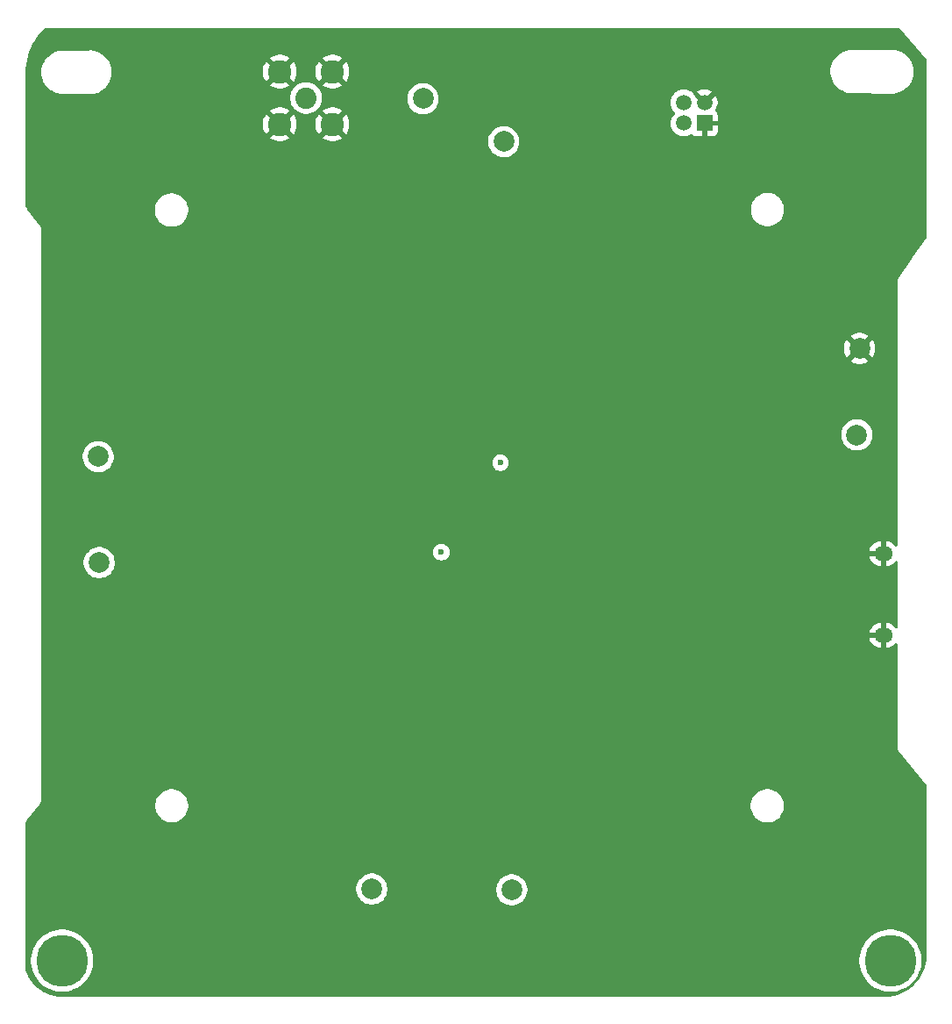
<source format=gbr>
%TF.GenerationSoftware,KiCad,Pcbnew,9.0.0*%
%TF.CreationDate,2025-06-18T13:40:49-07:00*%
%TF.ProjectId,PROVES_Cosmic_Watch,50524f56-4553-45f4-936f-736d69635f57,rev?*%
%TF.SameCoordinates,Original*%
%TF.FileFunction,Copper,L3,Inr*%
%TF.FilePolarity,Positive*%
%FSLAX46Y46*%
G04 Gerber Fmt 4.6, Leading zero omitted, Abs format (unit mm)*
G04 Created by KiCad (PCBNEW 9.0.0) date 2025-06-18 13:40:49*
%MOMM*%
%LPD*%
G01*
G04 APERTURE LIST*
%TA.AperFunction,ComponentPad*%
%ADD10C,2.000000*%
%TD*%
%TA.AperFunction,ComponentPad*%
%ADD11C,5.000000*%
%TD*%
%TA.AperFunction,ComponentPad*%
%ADD12R,1.520000X1.520000*%
%TD*%
%TA.AperFunction,ComponentPad*%
%ADD13C,1.520000*%
%TD*%
%TA.AperFunction,ComponentPad*%
%ADD14C,2.050000*%
%TD*%
%TA.AperFunction,ComponentPad*%
%ADD15C,2.250000*%
%TD*%
%TA.AperFunction,ComponentPad*%
%ADD16O,1.800000X1.400000*%
%TD*%
%TA.AperFunction,ViaPad*%
%ADD17C,0.600000*%
%TD*%
G04 APERTURE END LIST*
D10*
%TO.N,Net-(U4-CATHODE)*%
%TO.C,TP5*%
X96925000Y-104375000D03*
%TD*%
D11*
%TO.N,Chassis Ground*%
%TO.C,*%
X173330000Y-142780000D03*
%TD*%
%TO.N,Chassis Ground*%
%TO.C,*%
X93330000Y-142780000D03*
%TD*%
D10*
%TO.N,Post Processed Signal*%
%TO.C,TP2*%
X128200000Y-59620000D03*
%TD*%
%TO.N,V_Out*%
%TO.C,TP8*%
X136775000Y-135950000D03*
%TD*%
D12*
%TO.N,GND*%
%TO.C,J2*%
X155380000Y-61990000D03*
D13*
X155380000Y-59990000D03*
%TO.N,+5V*%
X153380000Y-61990000D03*
X153380000Y-59990000D03*
%TD*%
D10*
%TO.N,GND*%
%TO.C,TP3*%
X170360000Y-83720000D03*
%TD*%
%TO.N,V_Bias*%
%TO.C,TP7*%
X123250000Y-135875000D03*
%TD*%
%TO.N,Net-(U3B-+)*%
%TO.C,TP1*%
X136000000Y-63750000D03*
%TD*%
%TO.N,+5V*%
%TO.C,TP6*%
X170090000Y-92060000D03*
%TD*%
D14*
%TO.N,Post Processed Signal*%
%TO.C,J3*%
X116900000Y-59550000D03*
D15*
%TO.N,GND*%
X119440000Y-62090000D03*
X119440000Y-57010000D03*
X114360000Y-62090000D03*
X114360000Y-57010000D03*
%TD*%
D10*
%TO.N,SiPM Signal*%
%TO.C,TP4*%
X96825000Y-94150000D03*
%TD*%
D16*
%TO.N,GND*%
%TO.C,J1*%
X172670000Y-111410000D03*
X172670000Y-103510000D03*
%TD*%
D17*
%TO.N,GND*%
X130665000Y-108725000D03*
X121758775Y-79888775D03*
X148512779Y-118636281D03*
X132650000Y-110460000D03*
X143800000Y-94860000D03*
X128780000Y-106760000D03*
X157470000Y-123670000D03*
X142448775Y-85848775D03*
X134130000Y-78490000D03*
X116470000Y-78180000D03*
X141833014Y-119456516D03*
X124688775Y-86038775D03*
X155860000Y-115480000D03*
X152150000Y-129480000D03*
X146759765Y-124179765D03*
X132560000Y-76990000D03*
X130715000Y-92800000D03*
X133540000Y-91075000D03*
X137010000Y-114770000D03*
%TO.N,Net-(U4-CATHODE)*%
X129965000Y-103365000D03*
%TO.N,SiPM Signal*%
X135681658Y-94746658D03*
%TD*%
%TA.AperFunction,Conductor*%
%TO.N,GND*%
G36*
X174210713Y-52785030D02*
G01*
X174239083Y-52810142D01*
X176800320Y-55895517D01*
X176800910Y-55896227D01*
X176828584Y-55960383D01*
X176829500Y-55975429D01*
X176829500Y-72990699D01*
X176809815Y-73057738D01*
X176805668Y-73063790D01*
X175464074Y-74902378D01*
X175456448Y-74912827D01*
X175446269Y-74921987D01*
X175417744Y-74965869D01*
X175415765Y-74968582D01*
X175415756Y-74968596D01*
X175386852Y-75008208D01*
X175386847Y-75008218D01*
X175386565Y-75008949D01*
X175374868Y-75031831D01*
X174146057Y-76922311D01*
X174138968Y-76933216D01*
X174129500Y-76942686D01*
X174103158Y-76988309D01*
X174101364Y-76991071D01*
X174074449Y-77032479D01*
X174074328Y-77032852D01*
X174063809Y-77056464D01*
X174063609Y-77056809D01*
X174063606Y-77056816D01*
X174050820Y-77104534D01*
X174048962Y-77110804D01*
X174033673Y-77157794D01*
X174033671Y-77157802D01*
X174033651Y-77158194D01*
X174032965Y-77171174D01*
X174029500Y-77184108D01*
X174029500Y-77236781D01*
X174029327Y-77240057D01*
X174029327Y-77240060D01*
X174026721Y-77289391D01*
X174026721Y-77289398D01*
X174026801Y-77289773D01*
X174029500Y-77315505D01*
X174029500Y-102682718D01*
X174009815Y-102749757D01*
X173957011Y-102795512D01*
X173887853Y-102805456D01*
X173824297Y-102776431D01*
X173805182Y-102755604D01*
X173785310Y-102728253D01*
X173651746Y-102594689D01*
X173651741Y-102594685D01*
X173498940Y-102483670D01*
X173330637Y-102397914D01*
X173151002Y-102339548D01*
X172964447Y-102310000D01*
X172920000Y-102310000D01*
X172920000Y-103185007D01*
X172420000Y-103185007D01*
X172420000Y-102310000D01*
X172375553Y-102310000D01*
X172188997Y-102339548D01*
X172009362Y-102397914D01*
X171841059Y-102483670D01*
X171688258Y-102594685D01*
X171688253Y-102594689D01*
X171554689Y-102728253D01*
X171554685Y-102728258D01*
X171443670Y-102881059D01*
X171357914Y-103049362D01*
X171299548Y-103228997D01*
X171294638Y-103260000D01*
X172085385Y-103260000D01*
X172034935Y-103310450D01*
X171992149Y-103384558D01*
X171970001Y-103467214D01*
X171970001Y-103552786D01*
X171992149Y-103635442D01*
X172034935Y-103709550D01*
X172085385Y-103760000D01*
X171294638Y-103760000D01*
X171299548Y-103791002D01*
X171357914Y-103970637D01*
X171443670Y-104138940D01*
X171554685Y-104291741D01*
X171554689Y-104291746D01*
X171688253Y-104425310D01*
X171688258Y-104425314D01*
X171841059Y-104536329D01*
X172009362Y-104622085D01*
X172188997Y-104680451D01*
X172375553Y-104710000D01*
X172420000Y-104710000D01*
X172420000Y-103834993D01*
X172920000Y-103834993D01*
X172920000Y-104710000D01*
X172964447Y-104710000D01*
X173151002Y-104680451D01*
X173330637Y-104622085D01*
X173498940Y-104536329D01*
X173651741Y-104425314D01*
X173651746Y-104425310D01*
X173785312Y-104291744D01*
X173805181Y-104264397D01*
X173860511Y-104221730D01*
X173930124Y-104215751D01*
X173991919Y-104248356D01*
X174026277Y-104309194D01*
X174029500Y-104337281D01*
X174029500Y-110582718D01*
X174009815Y-110649757D01*
X173957011Y-110695512D01*
X173887853Y-110705456D01*
X173824297Y-110676431D01*
X173805182Y-110655604D01*
X173785310Y-110628253D01*
X173651746Y-110494689D01*
X173651741Y-110494685D01*
X173498940Y-110383670D01*
X173330637Y-110297914D01*
X173151002Y-110239548D01*
X172964447Y-110210000D01*
X172920000Y-110210000D01*
X172920000Y-111085007D01*
X172420000Y-111085007D01*
X172420000Y-110210000D01*
X172375553Y-110210000D01*
X172188997Y-110239548D01*
X172009362Y-110297914D01*
X171841059Y-110383670D01*
X171688258Y-110494685D01*
X171688253Y-110494689D01*
X171554689Y-110628253D01*
X171554685Y-110628258D01*
X171443670Y-110781059D01*
X171357914Y-110949362D01*
X171299548Y-111128997D01*
X171294638Y-111160000D01*
X172085385Y-111160000D01*
X172034935Y-111210450D01*
X171992149Y-111284558D01*
X171970001Y-111367214D01*
X171970001Y-111452786D01*
X171992149Y-111535442D01*
X172034935Y-111609550D01*
X172085385Y-111660000D01*
X171294638Y-111660000D01*
X171299548Y-111691002D01*
X171357914Y-111870637D01*
X171443670Y-112038940D01*
X171554685Y-112191741D01*
X171554689Y-112191746D01*
X171688253Y-112325310D01*
X171688258Y-112325314D01*
X171841059Y-112436329D01*
X172009362Y-112522085D01*
X172188997Y-112580451D01*
X172375553Y-112610000D01*
X172420000Y-112610000D01*
X172420000Y-111734993D01*
X172920000Y-111734993D01*
X172920000Y-112610000D01*
X172964447Y-112610000D01*
X173151002Y-112580451D01*
X173330637Y-112522085D01*
X173498940Y-112436329D01*
X173651741Y-112325314D01*
X173651746Y-112325310D01*
X173785312Y-112191744D01*
X173805181Y-112164397D01*
X173860511Y-112121730D01*
X173930124Y-112115751D01*
X173991919Y-112148356D01*
X174026277Y-112209194D01*
X174029500Y-112237281D01*
X174029500Y-122222282D01*
X174025285Y-122260218D01*
X174029500Y-122287893D01*
X174029500Y-122315897D01*
X174037601Y-122346128D01*
X174039379Y-122352764D01*
X174045127Y-122390500D01*
X174056359Y-122416138D01*
X174058790Y-122425208D01*
X174063606Y-122443180D01*
X174063608Y-122443186D01*
X174079260Y-122470296D01*
X174085448Y-122482530D01*
X174098013Y-122511208D01*
X174109636Y-122525736D01*
X174115500Y-122533066D01*
X174129500Y-122557314D01*
X174156493Y-122584307D01*
X174160781Y-122589667D01*
X176802328Y-125891600D01*
X176828836Y-125956246D01*
X176829500Y-125969062D01*
X176829500Y-142696757D01*
X176827502Y-142718924D01*
X176765702Y-143059053D01*
X176763111Y-143070309D01*
X176661802Y-143432262D01*
X176658174Y-143443228D01*
X176523630Y-143794172D01*
X176518998Y-143804751D01*
X176352376Y-144141674D01*
X176346779Y-144151778D01*
X176149542Y-144471718D01*
X176143030Y-144481257D01*
X175916872Y-144781469D01*
X175909500Y-144790360D01*
X175656392Y-145068224D01*
X175648224Y-145076392D01*
X175370360Y-145329500D01*
X175361469Y-145336872D01*
X175061257Y-145563030D01*
X175051718Y-145569542D01*
X174731778Y-145766779D01*
X174721674Y-145772376D01*
X174384751Y-145938998D01*
X174374172Y-145943630D01*
X174023228Y-146078174D01*
X174012262Y-146081802D01*
X173650309Y-146183111D01*
X173639053Y-146185702D01*
X173298925Y-146247502D01*
X173276758Y-146249500D01*
X93392120Y-146249500D01*
X93388463Y-146248578D01*
X93326287Y-146249500D01*
X93323250Y-146249500D01*
X93318810Y-146249420D01*
X92966075Y-146236782D01*
X92953569Y-146235699D01*
X92606393Y-146187804D01*
X92594060Y-146185461D01*
X92253516Y-146102711D01*
X92241483Y-146099133D01*
X91911050Y-145982376D01*
X91899441Y-145977600D01*
X91582503Y-145828030D01*
X91571436Y-145822104D01*
X91271257Y-145641262D01*
X91260845Y-145634248D01*
X90980478Y-145423974D01*
X90970830Y-145415944D01*
X90713161Y-145178402D01*
X90704373Y-145169436D01*
X90472043Y-144907059D01*
X90464208Y-144897252D01*
X90387337Y-144790360D01*
X90259593Y-144612726D01*
X90252793Y-144602181D01*
X90180552Y-144476644D01*
X90077999Y-144298430D01*
X90072298Y-144287250D01*
X89929103Y-143967363D01*
X89924567Y-143955674D01*
X89920948Y-143944740D01*
X89836780Y-143690422D01*
X89830500Y-143651462D01*
X89830500Y-142611491D01*
X90329500Y-142611491D01*
X90329500Y-142948508D01*
X90367231Y-143283381D01*
X90367233Y-143283397D01*
X90442223Y-143611953D01*
X90442227Y-143611965D01*
X90553532Y-143930054D01*
X90699752Y-144233683D01*
X90699754Y-144233686D01*
X90879054Y-144519039D01*
X91089175Y-144782523D01*
X91327477Y-145020825D01*
X91590961Y-145230946D01*
X91876314Y-145410246D01*
X92179949Y-145556469D01*
X92402229Y-145634248D01*
X92498034Y-145667772D01*
X92498046Y-145667776D01*
X92826606Y-145742767D01*
X93161492Y-145780499D01*
X93161493Y-145780500D01*
X93161496Y-145780500D01*
X93498507Y-145780500D01*
X93498507Y-145780499D01*
X93833394Y-145742767D01*
X94161954Y-145667776D01*
X94480051Y-145556469D01*
X94783686Y-145410246D01*
X95069039Y-145230946D01*
X95332523Y-145020825D01*
X95570825Y-144782523D01*
X95780946Y-144519039D01*
X95960246Y-144233686D01*
X96106469Y-143930051D01*
X96217776Y-143611954D01*
X96292767Y-143283394D01*
X96330500Y-142948504D01*
X96330500Y-142611496D01*
X96330499Y-142611491D01*
X170329500Y-142611491D01*
X170329500Y-142948508D01*
X170367231Y-143283381D01*
X170367233Y-143283397D01*
X170442223Y-143611953D01*
X170442227Y-143611965D01*
X170553532Y-143930054D01*
X170699752Y-144233683D01*
X170699754Y-144233686D01*
X170879054Y-144519039D01*
X171089175Y-144782523D01*
X171327477Y-145020825D01*
X171590961Y-145230946D01*
X171876314Y-145410246D01*
X172179949Y-145556469D01*
X172402229Y-145634248D01*
X172498034Y-145667772D01*
X172498046Y-145667776D01*
X172826606Y-145742767D01*
X173161492Y-145780499D01*
X173161493Y-145780500D01*
X173161496Y-145780500D01*
X173498507Y-145780500D01*
X173498507Y-145780499D01*
X173833394Y-145742767D01*
X174161954Y-145667776D01*
X174480051Y-145556469D01*
X174783686Y-145410246D01*
X175069039Y-145230946D01*
X175332523Y-145020825D01*
X175570825Y-144782523D01*
X175780946Y-144519039D01*
X175960246Y-144233686D01*
X176106469Y-143930051D01*
X176217776Y-143611954D01*
X176292767Y-143283394D01*
X176330500Y-142948504D01*
X176330500Y-142611496D01*
X176292767Y-142276606D01*
X176217776Y-141948046D01*
X176106469Y-141629949D01*
X175960246Y-141326314D01*
X175780946Y-141040961D01*
X175570825Y-140777477D01*
X175332523Y-140539175D01*
X175069039Y-140329054D01*
X174783686Y-140149754D01*
X174783683Y-140149752D01*
X174480054Y-140003532D01*
X174161965Y-139892227D01*
X174161953Y-139892223D01*
X173833397Y-139817233D01*
X173833381Y-139817231D01*
X173498508Y-139779500D01*
X173498504Y-139779500D01*
X173161496Y-139779500D01*
X173161491Y-139779500D01*
X172826618Y-139817231D01*
X172826602Y-139817233D01*
X172498046Y-139892223D01*
X172498034Y-139892227D01*
X172179945Y-140003532D01*
X171876316Y-140149752D01*
X171590962Y-140329053D01*
X171327477Y-140539174D01*
X171089174Y-140777477D01*
X170879053Y-141040962D01*
X170699752Y-141326316D01*
X170553532Y-141629945D01*
X170442227Y-141948034D01*
X170442223Y-141948046D01*
X170367233Y-142276602D01*
X170367231Y-142276618D01*
X170329500Y-142611491D01*
X96330499Y-142611491D01*
X96292767Y-142276606D01*
X96217776Y-141948046D01*
X96106469Y-141629949D01*
X95960246Y-141326314D01*
X95780946Y-141040961D01*
X95570825Y-140777477D01*
X95332523Y-140539175D01*
X95069039Y-140329054D01*
X94783686Y-140149754D01*
X94783683Y-140149752D01*
X94480054Y-140003532D01*
X94161965Y-139892227D01*
X94161953Y-139892223D01*
X93833397Y-139817233D01*
X93833381Y-139817231D01*
X93498508Y-139779500D01*
X93498504Y-139779500D01*
X93161496Y-139779500D01*
X93161491Y-139779500D01*
X92826618Y-139817231D01*
X92826602Y-139817233D01*
X92498046Y-139892223D01*
X92498034Y-139892227D01*
X92179945Y-140003532D01*
X91876316Y-140149752D01*
X91590962Y-140329053D01*
X91327477Y-140539174D01*
X91089174Y-140777477D01*
X90879053Y-141040962D01*
X90699752Y-141326316D01*
X90553532Y-141629945D01*
X90442227Y-141948034D01*
X90442223Y-141948046D01*
X90367233Y-142276602D01*
X90367231Y-142276618D01*
X90329500Y-142611491D01*
X89830500Y-142611491D01*
X89830500Y-135756902D01*
X121749500Y-135756902D01*
X121749500Y-135993097D01*
X121786446Y-136226368D01*
X121859433Y-136450996D01*
X121897646Y-136525992D01*
X121966657Y-136661433D01*
X122105483Y-136852510D01*
X122272490Y-137019517D01*
X122463567Y-137158343D01*
X122562991Y-137209002D01*
X122674003Y-137265566D01*
X122674005Y-137265566D01*
X122674008Y-137265568D01*
X122794412Y-137304689D01*
X122898631Y-137338553D01*
X123131903Y-137375500D01*
X123131908Y-137375500D01*
X123368097Y-137375500D01*
X123601368Y-137338553D01*
X123825992Y-137265568D01*
X124036433Y-137158343D01*
X124227510Y-137019517D01*
X124394517Y-136852510D01*
X124533343Y-136661433D01*
X124640568Y-136450992D01*
X124713553Y-136226368D01*
X124750500Y-135993097D01*
X124750500Y-135831902D01*
X135274500Y-135831902D01*
X135274500Y-136068097D01*
X135311446Y-136301368D01*
X135384433Y-136525996D01*
X135491657Y-136736433D01*
X135630483Y-136927510D01*
X135797490Y-137094517D01*
X135988567Y-137233343D01*
X136087991Y-137284002D01*
X136199003Y-137340566D01*
X136199005Y-137340566D01*
X136199008Y-137340568D01*
X136306517Y-137375500D01*
X136423631Y-137413553D01*
X136656903Y-137450500D01*
X136656908Y-137450500D01*
X136893097Y-137450500D01*
X137126368Y-137413553D01*
X137350992Y-137340568D01*
X137561433Y-137233343D01*
X137752510Y-137094517D01*
X137919517Y-136927510D01*
X138058343Y-136736433D01*
X138165568Y-136525992D01*
X138238553Y-136301368D01*
X138250432Y-136226368D01*
X138275500Y-136068097D01*
X138275500Y-135831902D01*
X138238553Y-135598631D01*
X138165566Y-135374003D01*
X138058342Y-135163566D01*
X137919517Y-134972490D01*
X137752510Y-134805483D01*
X137561433Y-134666657D01*
X137350996Y-134559433D01*
X137126368Y-134486446D01*
X136893097Y-134449500D01*
X136893092Y-134449500D01*
X136656908Y-134449500D01*
X136656903Y-134449500D01*
X136423631Y-134486446D01*
X136199003Y-134559433D01*
X135988566Y-134666657D01*
X135879550Y-134745862D01*
X135797490Y-134805483D01*
X135797488Y-134805485D01*
X135797487Y-134805485D01*
X135630485Y-134972487D01*
X135630485Y-134972488D01*
X135630483Y-134972490D01*
X135570862Y-135054550D01*
X135491657Y-135163566D01*
X135384433Y-135374003D01*
X135311446Y-135598631D01*
X135274500Y-135831902D01*
X124750500Y-135831902D01*
X124750500Y-135756902D01*
X124713553Y-135523631D01*
X124640566Y-135299003D01*
X124533342Y-135088566D01*
X124394517Y-134897490D01*
X124227510Y-134730483D01*
X124036433Y-134591657D01*
X123973188Y-134559432D01*
X123825996Y-134484433D01*
X123601368Y-134411446D01*
X123368097Y-134374500D01*
X123368092Y-134374500D01*
X123131908Y-134374500D01*
X123131903Y-134374500D01*
X122898631Y-134411446D01*
X122674003Y-134484433D01*
X122463566Y-134591657D01*
X122360339Y-134666657D01*
X122272490Y-134730483D01*
X122272488Y-134730485D01*
X122272487Y-134730485D01*
X122105485Y-134897487D01*
X122105485Y-134897488D01*
X122105483Y-134897490D01*
X122050994Y-134972487D01*
X121966657Y-135088566D01*
X121859433Y-135299003D01*
X121786446Y-135523631D01*
X121749500Y-135756902D01*
X89830500Y-135756902D01*
X89830500Y-129458166D01*
X89850185Y-129391127D01*
X89855300Y-129383766D01*
X89993974Y-129198867D01*
X91115095Y-127704038D01*
X102329500Y-127704038D01*
X102329500Y-127955961D01*
X102368910Y-128204785D01*
X102446760Y-128444383D01*
X102561132Y-128668848D01*
X102709201Y-128872649D01*
X102709205Y-128872654D01*
X102887345Y-129050794D01*
X102887350Y-129050798D01*
X103030522Y-129154818D01*
X103091155Y-129198870D01*
X103202398Y-129255551D01*
X103315616Y-129313239D01*
X103315618Y-129313239D01*
X103315621Y-129313241D01*
X103555215Y-129391090D01*
X103804038Y-129430500D01*
X103804039Y-129430500D01*
X104055961Y-129430500D01*
X104055962Y-129430500D01*
X104304785Y-129391090D01*
X104544379Y-129313241D01*
X104768845Y-129198870D01*
X104972656Y-129050793D01*
X105150793Y-128872656D01*
X105298870Y-128668845D01*
X105413241Y-128444379D01*
X105491090Y-128204785D01*
X105530500Y-127955962D01*
X105530500Y-127714038D01*
X159849500Y-127714038D01*
X159849500Y-127965961D01*
X159888910Y-128214785D01*
X159966760Y-128454383D01*
X160045413Y-128608747D01*
X160076036Y-128668848D01*
X160081132Y-128678848D01*
X160229201Y-128882649D01*
X160229205Y-128882654D01*
X160407345Y-129060794D01*
X160407350Y-129060798D01*
X160577073Y-129184108D01*
X160611155Y-129208870D01*
X160702772Y-129255551D01*
X160835616Y-129323239D01*
X160835618Y-129323239D01*
X160835621Y-129323241D01*
X161075215Y-129401090D01*
X161324038Y-129440500D01*
X161324039Y-129440500D01*
X161575961Y-129440500D01*
X161575962Y-129440500D01*
X161824785Y-129401090D01*
X162064379Y-129323241D01*
X162288845Y-129208870D01*
X162492656Y-129060793D01*
X162670793Y-128882656D01*
X162818870Y-128678845D01*
X162933241Y-128454379D01*
X163011090Y-128214785D01*
X163050500Y-127965962D01*
X163050500Y-127714038D01*
X163011090Y-127465215D01*
X162933241Y-127225621D01*
X162933239Y-127225618D01*
X162933239Y-127225616D01*
X162891747Y-127144184D01*
X162818870Y-127001155D01*
X162799952Y-126975117D01*
X162670798Y-126797350D01*
X162670794Y-126797345D01*
X162492654Y-126619205D01*
X162492649Y-126619201D01*
X162288848Y-126471132D01*
X162288847Y-126471131D01*
X162288845Y-126471130D01*
X162218747Y-126435413D01*
X162064383Y-126356760D01*
X161824785Y-126278910D01*
X161761648Y-126268910D01*
X161575962Y-126239500D01*
X161324038Y-126239500D01*
X161199626Y-126259205D01*
X161075214Y-126278910D01*
X160835616Y-126356760D01*
X160611151Y-126471132D01*
X160407350Y-126619201D01*
X160407345Y-126619205D01*
X160229205Y-126797345D01*
X160229201Y-126797350D01*
X160081132Y-127001151D01*
X159966760Y-127225616D01*
X159888910Y-127465214D01*
X159849500Y-127714038D01*
X105530500Y-127714038D01*
X105530500Y-127704038D01*
X105491090Y-127455215D01*
X105413241Y-127215621D01*
X105413239Y-127215618D01*
X105413239Y-127215616D01*
X105345752Y-127083166D01*
X105298870Y-126991155D01*
X105158063Y-126797350D01*
X105150798Y-126787350D01*
X105150794Y-126787345D01*
X104972654Y-126609205D01*
X104972649Y-126609201D01*
X104768848Y-126461132D01*
X104768847Y-126461131D01*
X104768845Y-126461130D01*
X104698747Y-126425413D01*
X104544383Y-126346760D01*
X104304785Y-126268910D01*
X104055962Y-126229500D01*
X103804038Y-126229500D01*
X103740901Y-126239500D01*
X103555214Y-126268910D01*
X103315616Y-126346760D01*
X103091151Y-126461132D01*
X102887350Y-126609201D01*
X102887345Y-126609205D01*
X102709205Y-126787345D01*
X102709201Y-126787350D01*
X102561132Y-126991151D01*
X102446760Y-127215616D01*
X102368910Y-127455214D01*
X102329500Y-127704038D01*
X91115095Y-127704038D01*
X91203777Y-127585795D01*
X91215278Y-127572535D01*
X91230500Y-127557314D01*
X91248427Y-127526262D01*
X91269935Y-127497586D01*
X91281228Y-127469449D01*
X91296392Y-127443186D01*
X91305671Y-127408554D01*
X91319025Y-127375286D01*
X91322651Y-127345181D01*
X91330500Y-127315892D01*
X91330500Y-127280040D01*
X91334788Y-127244449D01*
X91330500Y-127214432D01*
X91330500Y-104256902D01*
X95424500Y-104256902D01*
X95424500Y-104493097D01*
X95461446Y-104726368D01*
X95534433Y-104950996D01*
X95641657Y-105161433D01*
X95780483Y-105352510D01*
X95947490Y-105519517D01*
X96138567Y-105658343D01*
X96237991Y-105709002D01*
X96349003Y-105765566D01*
X96349005Y-105765566D01*
X96349008Y-105765568D01*
X96469412Y-105804689D01*
X96573631Y-105838553D01*
X96806903Y-105875500D01*
X96806908Y-105875500D01*
X97043097Y-105875500D01*
X97276368Y-105838553D01*
X97500992Y-105765568D01*
X97711433Y-105658343D01*
X97902510Y-105519517D01*
X98069517Y-105352510D01*
X98208343Y-105161433D01*
X98315568Y-104950992D01*
X98388553Y-104726368D01*
X98391145Y-104710000D01*
X98425500Y-104493097D01*
X98425500Y-104256902D01*
X98388553Y-104023631D01*
X98315566Y-103799003D01*
X98232227Y-103635442D01*
X98208343Y-103588567D01*
X98069517Y-103397490D01*
X97958180Y-103286153D01*
X129164500Y-103286153D01*
X129164500Y-103443846D01*
X129195261Y-103598489D01*
X129195264Y-103598501D01*
X129255602Y-103744172D01*
X129255609Y-103744185D01*
X129343210Y-103875288D01*
X129343213Y-103875292D01*
X129454707Y-103986786D01*
X129454711Y-103986789D01*
X129585814Y-104074390D01*
X129585827Y-104074397D01*
X129731498Y-104134735D01*
X129731503Y-104134737D01*
X129886153Y-104165499D01*
X129886156Y-104165500D01*
X129886158Y-104165500D01*
X130043844Y-104165500D01*
X130043845Y-104165499D01*
X130198497Y-104134737D01*
X130344179Y-104074394D01*
X130475289Y-103986789D01*
X130586789Y-103875289D01*
X130674394Y-103744179D01*
X130734737Y-103598497D01*
X130765500Y-103443842D01*
X130765500Y-103286158D01*
X130765500Y-103286155D01*
X130765499Y-103286153D01*
X130749785Y-103207155D01*
X130734737Y-103131503D01*
X130734735Y-103131498D01*
X130674397Y-102985827D01*
X130674390Y-102985814D01*
X130586789Y-102854711D01*
X130586786Y-102854707D01*
X130475292Y-102743213D01*
X130475288Y-102743210D01*
X130344185Y-102655609D01*
X130344172Y-102655602D01*
X130198501Y-102595264D01*
X130198489Y-102595261D01*
X130043845Y-102564500D01*
X130043842Y-102564500D01*
X129886158Y-102564500D01*
X129886155Y-102564500D01*
X129731510Y-102595261D01*
X129731498Y-102595264D01*
X129585827Y-102655602D01*
X129585814Y-102655609D01*
X129454711Y-102743210D01*
X129454707Y-102743213D01*
X129343213Y-102854707D01*
X129343210Y-102854711D01*
X129255609Y-102985814D01*
X129255602Y-102985827D01*
X129195264Y-103131498D01*
X129195261Y-103131510D01*
X129164500Y-103286153D01*
X97958180Y-103286153D01*
X97902510Y-103230483D01*
X97711433Y-103091657D01*
X97500996Y-102984433D01*
X97276368Y-102911446D01*
X97043097Y-102874500D01*
X97043092Y-102874500D01*
X96806908Y-102874500D01*
X96806903Y-102874500D01*
X96573631Y-102911446D01*
X96349003Y-102984433D01*
X96138566Y-103091657D01*
X96083714Y-103131510D01*
X95947490Y-103230483D01*
X95947488Y-103230485D01*
X95947487Y-103230485D01*
X95780485Y-103397487D01*
X95780485Y-103397488D01*
X95780483Y-103397490D01*
X95729825Y-103467214D01*
X95641657Y-103588566D01*
X95534433Y-103799003D01*
X95461446Y-104023631D01*
X95424500Y-104256902D01*
X91330500Y-104256902D01*
X91330500Y-94031902D01*
X95324500Y-94031902D01*
X95324500Y-94268097D01*
X95361446Y-94501368D01*
X95434433Y-94725996D01*
X95541657Y-94936433D01*
X95680483Y-95127510D01*
X95847490Y-95294517D01*
X96038567Y-95433343D01*
X96083136Y-95456052D01*
X96249003Y-95540566D01*
X96249005Y-95540566D01*
X96249008Y-95540568D01*
X96369412Y-95579689D01*
X96473631Y-95613553D01*
X96706903Y-95650500D01*
X96706908Y-95650500D01*
X96943097Y-95650500D01*
X97176368Y-95613553D01*
X97400992Y-95540568D01*
X97611433Y-95433343D01*
X97802510Y-95294517D01*
X97969517Y-95127510D01*
X98108343Y-94936433D01*
X98215568Y-94725992D01*
X98234472Y-94667811D01*
X134881158Y-94667811D01*
X134881158Y-94825504D01*
X134911919Y-94980147D01*
X134911922Y-94980159D01*
X134972260Y-95125830D01*
X134972267Y-95125843D01*
X135059868Y-95256946D01*
X135059871Y-95256950D01*
X135171365Y-95368444D01*
X135171369Y-95368447D01*
X135302472Y-95456048D01*
X135302485Y-95456055D01*
X135448156Y-95516393D01*
X135448161Y-95516395D01*
X135602811Y-95547157D01*
X135602814Y-95547158D01*
X135602816Y-95547158D01*
X135760502Y-95547158D01*
X135760503Y-95547157D01*
X135915155Y-95516395D01*
X136060837Y-95456052D01*
X136191947Y-95368447D01*
X136303447Y-95256947D01*
X136391052Y-95125837D01*
X136451395Y-94980155D01*
X136482158Y-94825500D01*
X136482158Y-94667816D01*
X136482158Y-94667813D01*
X136482157Y-94667811D01*
X136451396Y-94513168D01*
X136451395Y-94513161D01*
X136446510Y-94501368D01*
X136391055Y-94367485D01*
X136391048Y-94367472D01*
X136303447Y-94236369D01*
X136303444Y-94236365D01*
X136191950Y-94124871D01*
X136191946Y-94124868D01*
X136060843Y-94037267D01*
X136060830Y-94037260D01*
X135915159Y-93976922D01*
X135915147Y-93976919D01*
X135760503Y-93946158D01*
X135760500Y-93946158D01*
X135602816Y-93946158D01*
X135602813Y-93946158D01*
X135448168Y-93976919D01*
X135448156Y-93976922D01*
X135302485Y-94037260D01*
X135302472Y-94037267D01*
X135171369Y-94124868D01*
X135171365Y-94124871D01*
X135059871Y-94236365D01*
X135059868Y-94236369D01*
X134972267Y-94367472D01*
X134972260Y-94367485D01*
X134911922Y-94513156D01*
X134911919Y-94513168D01*
X134881158Y-94667811D01*
X98234472Y-94667811D01*
X98288553Y-94501368D01*
X98309760Y-94367472D01*
X98325500Y-94268097D01*
X98325500Y-94031902D01*
X98288553Y-93798631D01*
X98215566Y-93574003D01*
X98108342Y-93363566D01*
X98093649Y-93343343D01*
X97969517Y-93172490D01*
X97802510Y-93005483D01*
X97611433Y-92866657D01*
X97400996Y-92759433D01*
X97176368Y-92686446D01*
X96943097Y-92649500D01*
X96943092Y-92649500D01*
X96706908Y-92649500D01*
X96706903Y-92649500D01*
X96473631Y-92686446D01*
X96249003Y-92759433D01*
X96038566Y-92866657D01*
X95929550Y-92945862D01*
X95847490Y-93005483D01*
X95847488Y-93005485D01*
X95847487Y-93005485D01*
X95680485Y-93172487D01*
X95680485Y-93172488D01*
X95680483Y-93172490D01*
X95657216Y-93204514D01*
X95541657Y-93363566D01*
X95434433Y-93574003D01*
X95361446Y-93798631D01*
X95324500Y-94031902D01*
X91330500Y-94031902D01*
X91330500Y-91941902D01*
X168589500Y-91941902D01*
X168589500Y-92178097D01*
X168626446Y-92411368D01*
X168699433Y-92635996D01*
X168762328Y-92759433D01*
X168806657Y-92846433D01*
X168945483Y-93037510D01*
X169112490Y-93204517D01*
X169303567Y-93343343D01*
X169343257Y-93363566D01*
X169514003Y-93450566D01*
X169514005Y-93450566D01*
X169514008Y-93450568D01*
X169634412Y-93489689D01*
X169738631Y-93523553D01*
X169971903Y-93560500D01*
X169971908Y-93560500D01*
X170208097Y-93560500D01*
X170441368Y-93523553D01*
X170665992Y-93450568D01*
X170876433Y-93343343D01*
X171067510Y-93204517D01*
X171234517Y-93037510D01*
X171373343Y-92846433D01*
X171480568Y-92635992D01*
X171553553Y-92411368D01*
X171590500Y-92178097D01*
X171590500Y-91941902D01*
X171553553Y-91708631D01*
X171480566Y-91484003D01*
X171373342Y-91273566D01*
X171234517Y-91082490D01*
X171067510Y-90915483D01*
X170876433Y-90776657D01*
X170665996Y-90669433D01*
X170441368Y-90596446D01*
X170208097Y-90559500D01*
X170208092Y-90559500D01*
X169971908Y-90559500D01*
X169971903Y-90559500D01*
X169738631Y-90596446D01*
X169514003Y-90669433D01*
X169303566Y-90776657D01*
X169194550Y-90855862D01*
X169112490Y-90915483D01*
X169112488Y-90915485D01*
X169112487Y-90915485D01*
X168945485Y-91082487D01*
X168945485Y-91082488D01*
X168945483Y-91082490D01*
X168885862Y-91164550D01*
X168806657Y-91273566D01*
X168699433Y-91484003D01*
X168626446Y-91708631D01*
X168589500Y-91941902D01*
X91330500Y-91941902D01*
X91330500Y-83601947D01*
X168860000Y-83601947D01*
X168860000Y-83838052D01*
X168896934Y-84071247D01*
X168969897Y-84295802D01*
X169077087Y-84506174D01*
X169137338Y-84589104D01*
X169137340Y-84589105D01*
X169877037Y-83849408D01*
X169894075Y-83912993D01*
X169959901Y-84027007D01*
X170052993Y-84120099D01*
X170167007Y-84185925D01*
X170230590Y-84202962D01*
X169490893Y-84942658D01*
X169573828Y-85002914D01*
X169784197Y-85110102D01*
X170008752Y-85183065D01*
X170008751Y-85183065D01*
X170241948Y-85220000D01*
X170478052Y-85220000D01*
X170711247Y-85183065D01*
X170935802Y-85110102D01*
X171146163Y-85002918D01*
X171146169Y-85002914D01*
X171229104Y-84942658D01*
X171229105Y-84942658D01*
X170489408Y-84202962D01*
X170552993Y-84185925D01*
X170667007Y-84120099D01*
X170760099Y-84027007D01*
X170825925Y-83912993D01*
X170842962Y-83849408D01*
X171582658Y-84589105D01*
X171582658Y-84589104D01*
X171642914Y-84506169D01*
X171642918Y-84506163D01*
X171750102Y-84295802D01*
X171823065Y-84071247D01*
X171860000Y-83838052D01*
X171860000Y-83601947D01*
X171823065Y-83368752D01*
X171750102Y-83144197D01*
X171642914Y-82933828D01*
X171582658Y-82850894D01*
X171582658Y-82850893D01*
X170842962Y-83590590D01*
X170825925Y-83527007D01*
X170760099Y-83412993D01*
X170667007Y-83319901D01*
X170552993Y-83254075D01*
X170489409Y-83237037D01*
X171229105Y-82497340D01*
X171229104Y-82497338D01*
X171146174Y-82437087D01*
X170935802Y-82329897D01*
X170711247Y-82256934D01*
X170711248Y-82256934D01*
X170478052Y-82220000D01*
X170241948Y-82220000D01*
X170008752Y-82256934D01*
X169784197Y-82329897D01*
X169573830Y-82437084D01*
X169490894Y-82497340D01*
X170230591Y-83237037D01*
X170167007Y-83254075D01*
X170052993Y-83319901D01*
X169959901Y-83412993D01*
X169894075Y-83527007D01*
X169877037Y-83590591D01*
X169137340Y-82850894D01*
X169077084Y-82933830D01*
X168969897Y-83144197D01*
X168896934Y-83368752D01*
X168860000Y-83601947D01*
X91330500Y-83601947D01*
X91330500Y-72285567D01*
X91334788Y-72255551D01*
X91330500Y-72219959D01*
X91330500Y-72184108D01*
X91324932Y-72163330D01*
X91321598Y-72146077D01*
X91319025Y-72124714D01*
X91305671Y-72091445D01*
X91296392Y-72056814D01*
X91281228Y-72030550D01*
X91269935Y-72002414D01*
X91263372Y-71993664D01*
X91252890Y-71979686D01*
X91244705Y-71967289D01*
X91230502Y-71942689D01*
X91230498Y-71942684D01*
X91215289Y-71927475D01*
X91203770Y-71914194D01*
X89995800Y-70303566D01*
X89943654Y-70234038D01*
X102309500Y-70234038D01*
X102309500Y-70485961D01*
X102348910Y-70734785D01*
X102426760Y-70974383D01*
X102541132Y-71198848D01*
X102689201Y-71402649D01*
X102689205Y-71402654D01*
X102867345Y-71580794D01*
X102867350Y-71580798D01*
X103045117Y-71709952D01*
X103071155Y-71728870D01*
X103214184Y-71801747D01*
X103295616Y-71843239D01*
X103295618Y-71843239D01*
X103295621Y-71843241D01*
X103535215Y-71921090D01*
X103784038Y-71960500D01*
X103784039Y-71960500D01*
X104035961Y-71960500D01*
X104035962Y-71960500D01*
X104284785Y-71921090D01*
X104524379Y-71843241D01*
X104748845Y-71728870D01*
X104952656Y-71580793D01*
X105130793Y-71402656D01*
X105278870Y-71198845D01*
X105393241Y-70974379D01*
X105471090Y-70734785D01*
X105510500Y-70485962D01*
X105510500Y-70234038D01*
X105504165Y-70194038D01*
X159859500Y-70194038D01*
X159859500Y-70445962D01*
X159867677Y-70497586D01*
X159898910Y-70694785D01*
X159976760Y-70934383D01*
X160091132Y-71158848D01*
X160239201Y-71362649D01*
X160239205Y-71362654D01*
X160417345Y-71540794D01*
X160417350Y-71540798D01*
X160472406Y-71580798D01*
X160621155Y-71688870D01*
X160699654Y-71728867D01*
X160845616Y-71803239D01*
X160845618Y-71803239D01*
X160845621Y-71803241D01*
X161085215Y-71881090D01*
X161334038Y-71920500D01*
X161334039Y-71920500D01*
X161585961Y-71920500D01*
X161585962Y-71920500D01*
X161834785Y-71881090D01*
X162074379Y-71803241D01*
X162298845Y-71688870D01*
X162502656Y-71540793D01*
X162680793Y-71362656D01*
X162828870Y-71158845D01*
X162943241Y-70934379D01*
X163021090Y-70694785D01*
X163060500Y-70445962D01*
X163060500Y-70194038D01*
X163021090Y-69945215D01*
X162943241Y-69705621D01*
X162943239Y-69705618D01*
X162943239Y-69705616D01*
X162901747Y-69624184D01*
X162828870Y-69481155D01*
X162709859Y-69317350D01*
X162680798Y-69277350D01*
X162680794Y-69277345D01*
X162502654Y-69099205D01*
X162502649Y-69099201D01*
X162298848Y-68951132D01*
X162298847Y-68951131D01*
X162298845Y-68951130D01*
X162228747Y-68915413D01*
X162074383Y-68836760D01*
X161834785Y-68758910D01*
X161585962Y-68719500D01*
X161334038Y-68719500D01*
X161209626Y-68739205D01*
X161085214Y-68758910D01*
X160845616Y-68836760D01*
X160621151Y-68951132D01*
X160417350Y-69099201D01*
X160417345Y-69099205D01*
X160239205Y-69277345D01*
X160239201Y-69277350D01*
X160091132Y-69481151D01*
X159976760Y-69705616D01*
X159898910Y-69945214D01*
X159871823Y-70116232D01*
X159859500Y-70194038D01*
X105504165Y-70194038D01*
X105471090Y-69985215D01*
X105393241Y-69745621D01*
X105393239Y-69745618D01*
X105393239Y-69745616D01*
X105351747Y-69664184D01*
X105278870Y-69521155D01*
X105249808Y-69481155D01*
X105130798Y-69317350D01*
X105130794Y-69317345D01*
X104952654Y-69139205D01*
X104952649Y-69139201D01*
X104748848Y-68991132D01*
X104748847Y-68991131D01*
X104748845Y-68991130D01*
X104678747Y-68955413D01*
X104524383Y-68876760D01*
X104284785Y-68798910D01*
X104035962Y-68759500D01*
X103784038Y-68759500D01*
X103659626Y-68779205D01*
X103535214Y-68798910D01*
X103295616Y-68876760D01*
X103071151Y-68991132D01*
X102867350Y-69139201D01*
X102867345Y-69139205D01*
X102689205Y-69317345D01*
X102689201Y-69317350D01*
X102541132Y-69521151D01*
X102426760Y-69745616D01*
X102348910Y-69985214D01*
X102309500Y-70234038D01*
X89943654Y-70234038D01*
X89855300Y-70116232D01*
X89830824Y-70050789D01*
X89830500Y-70041832D01*
X89830500Y-61962110D01*
X112735000Y-61962110D01*
X112735000Y-62217889D01*
X112775013Y-62470523D01*
X112854051Y-62713781D01*
X112854052Y-62713784D01*
X112970175Y-62941686D01*
X113047850Y-63048595D01*
X113047850Y-63048596D01*
X113605884Y-62490561D01*
X113606740Y-62492626D01*
X113699762Y-62631844D01*
X113818156Y-62750238D01*
X113957374Y-62843260D01*
X113959437Y-62844114D01*
X113401402Y-63402148D01*
X113508313Y-63479824D01*
X113736215Y-63595947D01*
X113736218Y-63595948D01*
X113979476Y-63674986D01*
X114232111Y-63715000D01*
X114487889Y-63715000D01*
X114740523Y-63674986D01*
X114983781Y-63595948D01*
X114983784Y-63595947D01*
X115211685Y-63479825D01*
X115318595Y-63402148D01*
X115318596Y-63402148D01*
X114760562Y-62844114D01*
X114762626Y-62843260D01*
X114901844Y-62750238D01*
X115020238Y-62631844D01*
X115113260Y-62492626D01*
X115114114Y-62490562D01*
X115672148Y-63048596D01*
X115672148Y-63048595D01*
X115749825Y-62941685D01*
X115865947Y-62713784D01*
X115865948Y-62713781D01*
X115944986Y-62470523D01*
X115985000Y-62217889D01*
X115985000Y-61962110D01*
X117815000Y-61962110D01*
X117815000Y-62217889D01*
X117855013Y-62470523D01*
X117934051Y-62713781D01*
X117934052Y-62713784D01*
X118050175Y-62941686D01*
X118127850Y-63048595D01*
X118127850Y-63048596D01*
X118685884Y-62490561D01*
X118686740Y-62492626D01*
X118779762Y-62631844D01*
X118898156Y-62750238D01*
X119037374Y-62843260D01*
X119039437Y-62844114D01*
X118481402Y-63402148D01*
X118588313Y-63479824D01*
X118816215Y-63595947D01*
X118816218Y-63595948D01*
X119059476Y-63674986D01*
X119312111Y-63715000D01*
X119567889Y-63715000D01*
X119820523Y-63674986D01*
X119953124Y-63631902D01*
X134499500Y-63631902D01*
X134499500Y-63868097D01*
X134536446Y-64101368D01*
X134609433Y-64325996D01*
X134716657Y-64536433D01*
X134855483Y-64727510D01*
X135022490Y-64894517D01*
X135213567Y-65033343D01*
X135312991Y-65084002D01*
X135424003Y-65140566D01*
X135424005Y-65140566D01*
X135424008Y-65140568D01*
X135544412Y-65179689D01*
X135648631Y-65213553D01*
X135881903Y-65250500D01*
X135881908Y-65250500D01*
X136118097Y-65250500D01*
X136351368Y-65213553D01*
X136575992Y-65140568D01*
X136786433Y-65033343D01*
X136977510Y-64894517D01*
X137144517Y-64727510D01*
X137283343Y-64536433D01*
X137390568Y-64325992D01*
X137463553Y-64101368D01*
X137500500Y-63868097D01*
X137500500Y-63631902D01*
X137463553Y-63398631D01*
X137413179Y-63243598D01*
X137390568Y-63174008D01*
X137390566Y-63174005D01*
X137390566Y-63174003D01*
X137314990Y-63025678D01*
X137283343Y-62963567D01*
X137144517Y-62772490D01*
X136977510Y-62605483D01*
X136786433Y-62466657D01*
X136741089Y-62443553D01*
X136575996Y-62359433D01*
X136351368Y-62286446D01*
X136118097Y-62249500D01*
X136118092Y-62249500D01*
X135881908Y-62249500D01*
X135881903Y-62249500D01*
X135648631Y-62286446D01*
X135424003Y-62359433D01*
X135213566Y-62466657D01*
X135104550Y-62545862D01*
X135022490Y-62605483D01*
X135022488Y-62605485D01*
X135022487Y-62605485D01*
X134855485Y-62772487D01*
X134855485Y-62772488D01*
X134855483Y-62772490D01*
X134795862Y-62854550D01*
X134716657Y-62963566D01*
X134609433Y-63174003D01*
X134536446Y-63398631D01*
X134499500Y-63631902D01*
X119953124Y-63631902D01*
X120063781Y-63595948D01*
X120063784Y-63595947D01*
X120219607Y-63516551D01*
X120291685Y-63479825D01*
X120398595Y-63402148D01*
X120398596Y-63402148D01*
X119840562Y-62844114D01*
X119842626Y-62843260D01*
X119981844Y-62750238D01*
X120100238Y-62631844D01*
X120193260Y-62492626D01*
X120194114Y-62490562D01*
X120752148Y-63048596D01*
X120752148Y-63048595D01*
X120829825Y-62941685D01*
X120945947Y-62713784D01*
X120945948Y-62713781D01*
X121024986Y-62470523D01*
X121065000Y-62217889D01*
X121065000Y-61962110D01*
X121024986Y-61709476D01*
X120945948Y-61466218D01*
X120945947Y-61466215D01*
X120829824Y-61238313D01*
X120752148Y-61131403D01*
X120752148Y-61131402D01*
X120194114Y-61689436D01*
X120193260Y-61687374D01*
X120100238Y-61548156D01*
X119981844Y-61429762D01*
X119842626Y-61336740D01*
X119840560Y-61335884D01*
X120398596Y-60777850D01*
X120291686Y-60700175D01*
X120063784Y-60584052D01*
X120063781Y-60584051D01*
X119820523Y-60505013D01*
X119567889Y-60465000D01*
X119312111Y-60465000D01*
X119059476Y-60505013D01*
X118816218Y-60584051D01*
X118816215Y-60584052D01*
X118588310Y-60700177D01*
X118481403Y-60777849D01*
X118481402Y-60777850D01*
X119039437Y-61335885D01*
X119037374Y-61336740D01*
X118898156Y-61429762D01*
X118779762Y-61548156D01*
X118686740Y-61687374D01*
X118685885Y-61689437D01*
X118127850Y-61131402D01*
X118127849Y-61131403D01*
X118050177Y-61238310D01*
X117934052Y-61466215D01*
X117934051Y-61466218D01*
X117855013Y-61709476D01*
X117815000Y-61962110D01*
X115985000Y-61962110D01*
X115944986Y-61709476D01*
X115865948Y-61466218D01*
X115865947Y-61466215D01*
X115749824Y-61238313D01*
X115672148Y-61131403D01*
X115672148Y-61131402D01*
X115114114Y-61689436D01*
X115113260Y-61687374D01*
X115020238Y-61548156D01*
X114901844Y-61429762D01*
X114762626Y-61336740D01*
X114760560Y-61335884D01*
X115318596Y-60777850D01*
X115211686Y-60700175D01*
X114983784Y-60584052D01*
X114983781Y-60584051D01*
X114740523Y-60505013D01*
X114487889Y-60465000D01*
X114232111Y-60465000D01*
X113979476Y-60505013D01*
X113736218Y-60584051D01*
X113736215Y-60584052D01*
X113508310Y-60700177D01*
X113401403Y-60777849D01*
X113401402Y-60777850D01*
X113959437Y-61335885D01*
X113957374Y-61336740D01*
X113818156Y-61429762D01*
X113699762Y-61548156D01*
X113606740Y-61687374D01*
X113605885Y-61689437D01*
X113047850Y-61131402D01*
X113047849Y-61131403D01*
X112970177Y-61238310D01*
X112854052Y-61466215D01*
X112854051Y-61466218D01*
X112775013Y-61709476D01*
X112735000Y-61962110D01*
X89830500Y-61962110D01*
X89830500Y-59429941D01*
X115374500Y-59429941D01*
X115374500Y-59670059D01*
X115385276Y-59738097D01*
X115412063Y-59907222D01*
X115486265Y-60135593D01*
X115595276Y-60349536D01*
X115736414Y-60543796D01*
X115906204Y-60713586D01*
X116100464Y-60854724D01*
X116135962Y-60872811D01*
X116314406Y-60963734D01*
X116314408Y-60963734D01*
X116314411Y-60963736D01*
X116542778Y-61037937D01*
X116779941Y-61075500D01*
X116779942Y-61075500D01*
X117020058Y-61075500D01*
X117020059Y-61075500D01*
X117257222Y-61037937D01*
X117485589Y-60963736D01*
X117485774Y-60963642D01*
X117509690Y-60951456D01*
X117699536Y-60854724D01*
X117893796Y-60713586D01*
X118063586Y-60543796D01*
X118204724Y-60349536D01*
X118313736Y-60135589D01*
X118387937Y-59907222D01*
X118425500Y-59670059D01*
X118425500Y-59501902D01*
X126699500Y-59501902D01*
X126699500Y-59738097D01*
X126736446Y-59971368D01*
X126809433Y-60195996D01*
X126887953Y-60350099D01*
X126916657Y-60406433D01*
X127055483Y-60597510D01*
X127222490Y-60764517D01*
X127413567Y-60903343D01*
X127507994Y-60951456D01*
X127624003Y-61010566D01*
X127624005Y-61010566D01*
X127624008Y-61010568D01*
X127708238Y-61037936D01*
X127848631Y-61083553D01*
X128081903Y-61120500D01*
X128081908Y-61120500D01*
X128318097Y-61120500D01*
X128551368Y-61083553D01*
X128569440Y-61077681D01*
X128775992Y-61010568D01*
X128986433Y-60903343D01*
X129177510Y-60764517D01*
X129344517Y-60597510D01*
X129483343Y-60406433D01*
X129590568Y-60195992D01*
X129663553Y-59971368D01*
X129676316Y-59890790D01*
X152119500Y-59890790D01*
X152119500Y-60089209D01*
X152147551Y-60266314D01*
X152150537Y-60285168D01*
X152171452Y-60349536D01*
X152211850Y-60473868D01*
X152267992Y-60584052D01*
X152301923Y-60650646D01*
X152418544Y-60811161D01*
X152418546Y-60811163D01*
X152509702Y-60902319D01*
X152543187Y-60963642D01*
X152538203Y-61033334D01*
X152509702Y-61077681D01*
X152418546Y-61168836D01*
X152418546Y-61168837D01*
X152418544Y-61168839D01*
X152364477Y-61243255D01*
X152301926Y-61329349D01*
X152301924Y-61329352D01*
X152211850Y-61506131D01*
X152190885Y-61570656D01*
X152150537Y-61694832D01*
X152150536Y-61694835D01*
X152150536Y-61694837D01*
X152119500Y-61890790D01*
X152119500Y-62089209D01*
X152123427Y-62114000D01*
X152150537Y-62285168D01*
X152174668Y-62359433D01*
X152211850Y-62473868D01*
X152273021Y-62593922D01*
X152301923Y-62650646D01*
X152418544Y-62811161D01*
X152558839Y-62951456D01*
X152719354Y-63068077D01*
X152832800Y-63125880D01*
X152896131Y-63158149D01*
X152896133Y-63158149D01*
X152896136Y-63158151D01*
X153084832Y-63219463D01*
X153182814Y-63234981D01*
X153280791Y-63250500D01*
X153280796Y-63250500D01*
X153479209Y-63250500D01*
X153568278Y-63236392D01*
X153675168Y-63219463D01*
X153863864Y-63158151D01*
X154040646Y-63068077D01*
X154066684Y-63049158D01*
X154132491Y-63025678D01*
X154200545Y-63041503D01*
X154238837Y-63075164D01*
X154262812Y-63107190D01*
X154377906Y-63193350D01*
X154377913Y-63193354D01*
X154512620Y-63243596D01*
X154512627Y-63243598D01*
X154572155Y-63249999D01*
X154572172Y-63250000D01*
X155130000Y-63250000D01*
X155130000Y-62365291D01*
X155206302Y-62409344D01*
X155320755Y-62440012D01*
X155439245Y-62440012D01*
X155553698Y-62409344D01*
X155630000Y-62365291D01*
X155630000Y-63250000D01*
X156187828Y-63250000D01*
X156187844Y-63249999D01*
X156247372Y-63243598D01*
X156247379Y-63243596D01*
X156382086Y-63193354D01*
X156382093Y-63193350D01*
X156497187Y-63107190D01*
X156497190Y-63107187D01*
X156583350Y-62992093D01*
X156583354Y-62992086D01*
X156633596Y-62857379D01*
X156633598Y-62857372D01*
X156639999Y-62797844D01*
X156640000Y-62797827D01*
X156640000Y-62240000D01*
X155755291Y-62240000D01*
X155799344Y-62163698D01*
X155830012Y-62049245D01*
X155830012Y-61930755D01*
X155799344Y-61816302D01*
X155755291Y-61740000D01*
X156640000Y-61740000D01*
X156640000Y-61182172D01*
X156639999Y-61182155D01*
X156633598Y-61122627D01*
X156633596Y-61122620D01*
X156583354Y-60987913D01*
X156583350Y-60987906D01*
X156497190Y-60872812D01*
X156497189Y-60872811D01*
X156464764Y-60848538D01*
X156422892Y-60792605D01*
X156417908Y-60722913D01*
X156438758Y-60676383D01*
X156457646Y-60650386D01*
X156547688Y-60473672D01*
X156547689Y-60473669D01*
X156608973Y-60285052D01*
X156640000Y-60089163D01*
X156640000Y-59890836D01*
X156608973Y-59694947D01*
X156547689Y-59506330D01*
X156547688Y-59506327D01*
X156457645Y-59329612D01*
X156430838Y-59292715D01*
X156430837Y-59292714D01*
X155822147Y-59901404D01*
X155799344Y-59816302D01*
X155740099Y-59713686D01*
X155656314Y-59629901D01*
X155553698Y-59570656D01*
X155468594Y-59547852D01*
X156077283Y-58939161D01*
X156040380Y-58912350D01*
X155863672Y-58822311D01*
X155863669Y-58822310D01*
X155675052Y-58761026D01*
X155479163Y-58730000D01*
X155280837Y-58730000D01*
X155084947Y-58761026D01*
X154896330Y-58822310D01*
X154896322Y-58822313D01*
X154719615Y-58912352D01*
X154682715Y-58939160D01*
X154682715Y-58939161D01*
X155291406Y-59547852D01*
X155206302Y-59570656D01*
X155103686Y-59629901D01*
X155019901Y-59713686D01*
X154960656Y-59816302D01*
X154937852Y-59901405D01*
X154567824Y-59531377D01*
X154545020Y-59499991D01*
X154509328Y-59429941D01*
X154458077Y-59329354D01*
X154341456Y-59168839D01*
X154201161Y-59028544D01*
X154040646Y-58911923D01*
X153983922Y-58883021D01*
X153863868Y-58821850D01*
X153818596Y-58807140D01*
X153675168Y-58760537D01*
X153675162Y-58760536D01*
X153479209Y-58729500D01*
X153479204Y-58729500D01*
X153280796Y-58729500D01*
X153280791Y-58729500D01*
X153084837Y-58760536D01*
X153084835Y-58760536D01*
X153084832Y-58760537D01*
X152990484Y-58791193D01*
X152896131Y-58821850D01*
X152719352Y-58911924D01*
X152719349Y-58911926D01*
X152662928Y-58952919D01*
X152558839Y-59028544D01*
X152558837Y-59028546D01*
X152558836Y-59028546D01*
X152418546Y-59168836D01*
X152418546Y-59168837D01*
X152418544Y-59168839D01*
X152364477Y-59243255D01*
X152301926Y-59329349D01*
X152301924Y-59329352D01*
X152211850Y-59506131D01*
X152190885Y-59570656D01*
X152150537Y-59694832D01*
X152150536Y-59694835D01*
X152150536Y-59694837D01*
X152119500Y-59890790D01*
X129676316Y-59890790D01*
X129680159Y-59866526D01*
X129700500Y-59738097D01*
X129700500Y-59501902D01*
X129663553Y-59268631D01*
X129622715Y-59142947D01*
X129590568Y-59044008D01*
X129590566Y-59044005D01*
X129590566Y-59044003D01*
X129523267Y-58911923D01*
X129483343Y-58833567D01*
X129344517Y-58642490D01*
X129177510Y-58475483D01*
X128986433Y-58336657D01*
X128775996Y-58229433D01*
X128551368Y-58156446D01*
X128318097Y-58119500D01*
X128318092Y-58119500D01*
X128081908Y-58119500D01*
X128081903Y-58119500D01*
X127848631Y-58156446D01*
X127624003Y-58229433D01*
X127413566Y-58336657D01*
X127326625Y-58399824D01*
X127222490Y-58475483D01*
X127222488Y-58475485D01*
X127222487Y-58475485D01*
X127055485Y-58642487D01*
X127055485Y-58642488D01*
X127055483Y-58642490D01*
X126995862Y-58724550D01*
X126916657Y-58833566D01*
X126809433Y-59044003D01*
X126736446Y-59268631D01*
X126699500Y-59501902D01*
X118425500Y-59501902D01*
X118425500Y-59429941D01*
X118387937Y-59192778D01*
X118313736Y-58964411D01*
X118313734Y-58964408D01*
X118313734Y-58964406D01*
X118241332Y-58822311D01*
X118204724Y-58750464D01*
X118063586Y-58556204D01*
X117893796Y-58386414D01*
X117699536Y-58245276D01*
X117668441Y-58229432D01*
X117485593Y-58136265D01*
X117257222Y-58062063D01*
X117119437Y-58040240D01*
X117020059Y-58024500D01*
X116779941Y-58024500D01*
X116680563Y-58040240D01*
X116542777Y-58062063D01*
X116314406Y-58136265D01*
X116100463Y-58245276D01*
X115906201Y-58386416D01*
X115736416Y-58556201D01*
X115595276Y-58750463D01*
X115486265Y-58964406D01*
X115412063Y-59192777D01*
X115390432Y-59329349D01*
X115374500Y-59429941D01*
X89830500Y-59429941D01*
X89830500Y-57310173D01*
X89831855Y-57304620D01*
X89830500Y-57244390D01*
X89830500Y-57230274D01*
X89830511Y-57228600D01*
X89831736Y-57137889D01*
X89833138Y-57034081D01*
X91330656Y-57034081D01*
X91344084Y-57305605D01*
X91392754Y-57573078D01*
X91474421Y-57827533D01*
X91475830Y-57831923D01*
X91530472Y-57947651D01*
X91591902Y-58077756D01*
X91678843Y-58212888D01*
X91738994Y-58306382D01*
X91818063Y-58399824D01*
X91914599Y-58513909D01*
X91914609Y-58513919D01*
X92115724Y-58696803D01*
X92115731Y-58696808D01*
X92115733Y-58696810D01*
X92338967Y-58851964D01*
X92580502Y-58976733D01*
X92836225Y-59068992D01*
X92836229Y-59068992D01*
X92836232Y-59068994D01*
X93036511Y-59112870D01*
X93101784Y-59127170D01*
X93169893Y-59132968D01*
X93179276Y-59133767D01*
X93179285Y-59133768D01*
X93190805Y-59134749D01*
X93209324Y-59139893D01*
X93256170Y-59140318D01*
X93260594Y-59140695D01*
X93302876Y-59144303D01*
X93310471Y-59142946D01*
X93333394Y-59141021D01*
X95961825Y-59164922D01*
X95964058Y-59165521D01*
X96027733Y-59165521D01*
X96091300Y-59166100D01*
X96091301Y-59166099D01*
X96093445Y-59166119D01*
X96103933Y-59165479D01*
X96167625Y-59165481D01*
X96440619Y-59129547D01*
X96706588Y-59058286D01*
X96960979Y-58952919D01*
X96984810Y-58939161D01*
X97199429Y-58815255D01*
X97199429Y-58815254D01*
X97199441Y-58815248D01*
X97417893Y-58647629D01*
X97612596Y-58452930D01*
X97780221Y-58234483D01*
X97917897Y-57996024D01*
X98023270Y-57741635D01*
X98094537Y-57475668D01*
X98130478Y-57202675D01*
X98130478Y-56927325D01*
X98124525Y-56882110D01*
X112735000Y-56882110D01*
X112735000Y-57137889D01*
X112775013Y-57390523D01*
X112854051Y-57633781D01*
X112854052Y-57633784D01*
X112970175Y-57861686D01*
X113047850Y-57968595D01*
X113047850Y-57968596D01*
X113605884Y-57410561D01*
X113606740Y-57412626D01*
X113699762Y-57551844D01*
X113818156Y-57670238D01*
X113957374Y-57763260D01*
X113959437Y-57764114D01*
X113401402Y-58322148D01*
X113508313Y-58399824D01*
X113736215Y-58515947D01*
X113736218Y-58515948D01*
X113979476Y-58594986D01*
X114232111Y-58635000D01*
X114487889Y-58635000D01*
X114740523Y-58594986D01*
X114983781Y-58515948D01*
X114983784Y-58515947D01*
X115211685Y-58399825D01*
X115318595Y-58322148D01*
X115318596Y-58322148D01*
X114760562Y-57764114D01*
X114762626Y-57763260D01*
X114901844Y-57670238D01*
X115020238Y-57551844D01*
X115113260Y-57412626D01*
X115114114Y-57410562D01*
X115672148Y-57968596D01*
X115672148Y-57968595D01*
X115749825Y-57861685D01*
X115865947Y-57633784D01*
X115865948Y-57633781D01*
X115944986Y-57390523D01*
X115985000Y-57137889D01*
X115985000Y-56882110D01*
X117815000Y-56882110D01*
X117815000Y-57137889D01*
X117855013Y-57390523D01*
X117934051Y-57633781D01*
X117934052Y-57633784D01*
X118050175Y-57861686D01*
X118127850Y-57968595D01*
X118127850Y-57968596D01*
X118685884Y-57410561D01*
X118686740Y-57412626D01*
X118779762Y-57551844D01*
X118898156Y-57670238D01*
X119037374Y-57763260D01*
X119039437Y-57764114D01*
X118481402Y-58322148D01*
X118588313Y-58399824D01*
X118816215Y-58515947D01*
X118816218Y-58515948D01*
X119059476Y-58594986D01*
X119312111Y-58635000D01*
X119567889Y-58635000D01*
X119820523Y-58594986D01*
X120063781Y-58515948D01*
X120063784Y-58515947D01*
X120291685Y-58399825D01*
X120398595Y-58322148D01*
X120398596Y-58322148D01*
X119840562Y-57764114D01*
X119842626Y-57763260D01*
X119981844Y-57670238D01*
X120100238Y-57551844D01*
X120193260Y-57412626D01*
X120194114Y-57410562D01*
X120752148Y-57968596D01*
X120752148Y-57968595D01*
X120829825Y-57861685D01*
X120945947Y-57633784D01*
X120945948Y-57633781D01*
X121024986Y-57390523D01*
X121065000Y-57137889D01*
X121065000Y-57094458D01*
X167552650Y-57094458D01*
X167584552Y-57367414D01*
X167652164Y-57633785D01*
X167652164Y-57633786D01*
X167754297Y-57888907D01*
X167754302Y-57888916D01*
X167889173Y-58128338D01*
X167889184Y-58128355D01*
X167952813Y-58212889D01*
X168054447Y-58347914D01*
X168247220Y-58543775D01*
X168464131Y-58712512D01*
X168701395Y-58851179D01*
X168954869Y-58957357D01*
X169220128Y-59029191D01*
X169220132Y-59029191D01*
X169220138Y-59029193D01*
X169363718Y-59048291D01*
X169492543Y-59065428D01*
X169625821Y-59065518D01*
X169627199Y-59065527D01*
X173410869Y-59114666D01*
X173414058Y-59115521D01*
X173476743Y-59115521D01*
X173539349Y-59116335D01*
X173539354Y-59116333D01*
X173539395Y-59116334D01*
X173553889Y-59115479D01*
X173617625Y-59115481D01*
X173890619Y-59079547D01*
X174156588Y-59008286D01*
X174410979Y-58902919D01*
X174531107Y-58833566D01*
X174649429Y-58765255D01*
X174649429Y-58765254D01*
X174649441Y-58765248D01*
X174867893Y-58597629D01*
X175062596Y-58402930D01*
X175230221Y-58184483D01*
X175367897Y-57946024D01*
X175473270Y-57691635D01*
X175544537Y-57425668D01*
X175580478Y-57152675D01*
X175580478Y-56877325D01*
X175544537Y-56604332D01*
X175473270Y-56338365D01*
X175367897Y-56083976D01*
X175230221Y-55845517D01*
X175062596Y-55627070D01*
X175062593Y-55627066D01*
X175062591Y-55627064D01*
X174867897Y-55432374D01*
X174867893Y-55432370D01*
X174649438Y-55264750D01*
X174649429Y-55264744D01*
X174410987Y-55127085D01*
X174410983Y-55127083D01*
X174410979Y-55127081D01*
X174156588Y-55021714D01*
X174156583Y-55021712D01*
X174156579Y-55021711D01*
X173890623Y-54950453D01*
X173769288Y-54934482D01*
X173617625Y-54914519D01*
X173617620Y-54914519D01*
X173553764Y-54914519D01*
X173545791Y-54914519D01*
X173545749Y-54914508D01*
X173484101Y-54914520D01*
X173478608Y-54914521D01*
X173478604Y-54914522D01*
X173406432Y-54914522D01*
X173406214Y-54914536D01*
X169691021Y-54915312D01*
X169687145Y-54915252D01*
X169558464Y-54911254D01*
X169285043Y-54938829D01*
X169285039Y-54938829D01*
X169017634Y-55002211D01*
X169017617Y-55002216D01*
X168760931Y-55100288D01*
X168760925Y-55100290D01*
X168760919Y-55100293D01*
X168760913Y-55100296D01*
X168760907Y-55100299D01*
X168519376Y-55231360D01*
X168519371Y-55231363D01*
X168297222Y-55393126D01*
X168098319Y-55582786D01*
X167926177Y-55796984D01*
X167783768Y-56032020D01*
X167783765Y-56032025D01*
X167673585Y-56283784D01*
X167597558Y-56547867D01*
X167557009Y-56819679D01*
X167552650Y-57094458D01*
X121065000Y-57094458D01*
X121065000Y-56882110D01*
X121024986Y-56629476D01*
X120945948Y-56386218D01*
X120945947Y-56386215D01*
X120829824Y-56158313D01*
X120752148Y-56051403D01*
X120752148Y-56051402D01*
X120194114Y-56609436D01*
X120193260Y-56607374D01*
X120100238Y-56468156D01*
X119981844Y-56349762D01*
X119842626Y-56256740D01*
X119840560Y-56255884D01*
X120398596Y-55697850D01*
X120291686Y-55620175D01*
X120063784Y-55504052D01*
X120063781Y-55504051D01*
X119820523Y-55425013D01*
X119567889Y-55385000D01*
X119312111Y-55385000D01*
X119059476Y-55425013D01*
X118816218Y-55504051D01*
X118816215Y-55504052D01*
X118588310Y-55620177D01*
X118481403Y-55697849D01*
X118481402Y-55697850D01*
X119039437Y-56255885D01*
X119037374Y-56256740D01*
X118898156Y-56349762D01*
X118779762Y-56468156D01*
X118686740Y-56607374D01*
X118685885Y-56609437D01*
X118127850Y-56051402D01*
X118127849Y-56051403D01*
X118050177Y-56158310D01*
X117934052Y-56386215D01*
X117934051Y-56386218D01*
X117855013Y-56629476D01*
X117815000Y-56882110D01*
X115985000Y-56882110D01*
X115944986Y-56629476D01*
X115865948Y-56386218D01*
X115865947Y-56386215D01*
X115749824Y-56158313D01*
X115672148Y-56051403D01*
X115672148Y-56051402D01*
X115114114Y-56609436D01*
X115113260Y-56607374D01*
X115020238Y-56468156D01*
X114901844Y-56349762D01*
X114762626Y-56256740D01*
X114760560Y-56255884D01*
X115318596Y-55697850D01*
X115211686Y-55620175D01*
X114983784Y-55504052D01*
X114983781Y-55504051D01*
X114740523Y-55425013D01*
X114487889Y-55385000D01*
X114232111Y-55385000D01*
X113979476Y-55425013D01*
X113736218Y-55504051D01*
X113736215Y-55504052D01*
X113508310Y-55620177D01*
X113401403Y-55697849D01*
X113401402Y-55697850D01*
X113959437Y-56255885D01*
X113957374Y-56256740D01*
X113818156Y-56349762D01*
X113699762Y-56468156D01*
X113606740Y-56607374D01*
X113605885Y-56609437D01*
X113047850Y-56051402D01*
X113047849Y-56051403D01*
X112970177Y-56158310D01*
X112854052Y-56386215D01*
X112854051Y-56386218D01*
X112775013Y-56629476D01*
X112735000Y-56882110D01*
X98124525Y-56882110D01*
X98102407Y-56714109D01*
X98094537Y-56654332D01*
X98023270Y-56388365D01*
X97917897Y-56133976D01*
X97780221Y-55895517D01*
X97612596Y-55677070D01*
X97612593Y-55677066D01*
X97612591Y-55677064D01*
X97417897Y-55482374D01*
X97417893Y-55482370D01*
X97199438Y-55314750D01*
X97199429Y-55314744D01*
X96960987Y-55177085D01*
X96960983Y-55177083D01*
X96960979Y-55177081D01*
X96706588Y-55071714D01*
X96706583Y-55071712D01*
X96706579Y-55071711D01*
X96440623Y-55000453D01*
X96319288Y-54984482D01*
X96167625Y-54964519D01*
X96167620Y-54964519D01*
X96103561Y-54964519D01*
X96093414Y-54964519D01*
X96091072Y-54963916D01*
X96027606Y-54964521D01*
X96027052Y-54964522D01*
X96027051Y-54964521D01*
X96027049Y-54964522D01*
X95961873Y-54964522D01*
X95951564Y-54965247D01*
X93393290Y-54989674D01*
X93393291Y-54989675D01*
X93379722Y-54989804D01*
X93368841Y-54987504D01*
X93313985Y-54990432D01*
X93311252Y-54990459D01*
X93311251Y-54990458D01*
X93311251Y-54990459D01*
X93259071Y-54990957D01*
X93251024Y-54992095D01*
X93251010Y-54992000D01*
X93234851Y-54994646D01*
X93167304Y-54998243D01*
X93167294Y-54998244D01*
X92900044Y-55047963D01*
X92900040Y-55047964D01*
X92641509Y-55132065D01*
X92641505Y-55132066D01*
X92396148Y-55249102D01*
X92396139Y-55249107D01*
X92168103Y-55397094D01*
X92168087Y-55397105D01*
X91961262Y-55573522D01*
X91779160Y-55775374D01*
X91624885Y-55999223D01*
X91501072Y-56241244D01*
X91501068Y-56241255D01*
X91409827Y-56497320D01*
X91409824Y-56497329D01*
X91352693Y-56763118D01*
X91330656Y-57034081D01*
X89833138Y-57034081D01*
X89836136Y-56812086D01*
X89836575Y-56803215D01*
X89872632Y-56382526D01*
X89873714Y-56373671D01*
X89887685Y-56285693D01*
X89939932Y-55956693D01*
X89941647Y-55947940D01*
X89949034Y-55916316D01*
X90037690Y-55536789D01*
X90040021Y-55528213D01*
X90165407Y-55124983D01*
X90168342Y-55116622D01*
X90322395Y-54723485D01*
X90325934Y-54715330D01*
X90507872Y-54334281D01*
X90511974Y-54326430D01*
X90720852Y-53959450D01*
X90725525Y-53951887D01*
X90960245Y-53600903D01*
X90965445Y-53593702D01*
X91224812Y-53260498D01*
X91230519Y-53253688D01*
X91513190Y-52939995D01*
X91519343Y-52933643D01*
X91658526Y-52799924D01*
X91720507Y-52767675D01*
X91744433Y-52765345D01*
X174143674Y-52765345D01*
X174210713Y-52785030D01*
G37*
%TD.AperFunction*%
%TD*%
M02*

</source>
